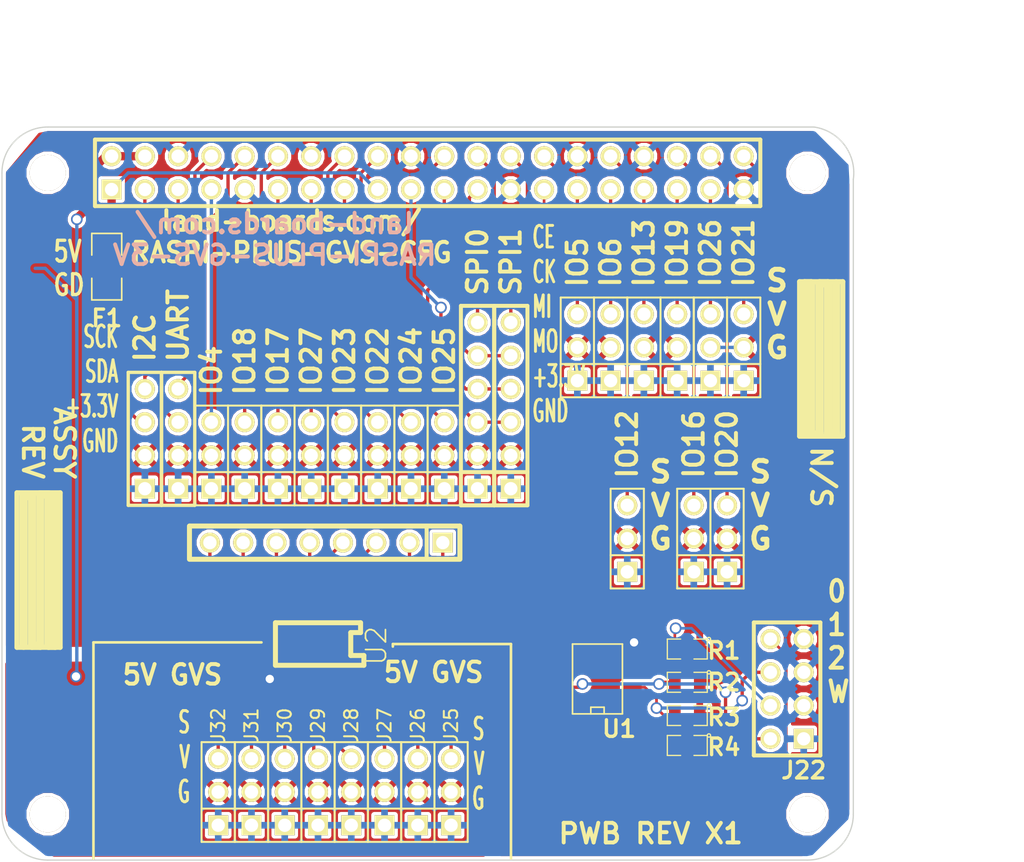
<source format=kicad_pcb>
(kicad_pcb (version 3) (host pcbnew "(2013-05-31 BZR 4019)-stable")
  (layers (15 F.Cu signal) (0 B.Cu signal hide) (20 B.SilkS user hide) (21 F.SilkS user) (22 B.Mask user) (23 F.Mask user) (28 Edge.Cuts user))
  (net 0 "")
  (net 1 /+3.3V)
  (net 2 /+5V)
  (net 3 /A0)
  (net 4 /A1)
  (net 5 /A2)
  (net 6 /GND)
  (net 7 /IO_12)
  (net 8 /IO_13)
  (net 9 /IO_16)
  (net 10 /IO_17)
  (net 11 /IO_18)
  (net 12 /IO_19)
  (net 13 /IO_20)
  (net 14 /IO_21)
  (net 15 /IO_22)
  (net 16 /IO_23)
  (net 17 /IO_24)
  (net 18 /IO_25)
  (net 19 /IO_26)
  (net 20 /IO_27)
  (net 21 /IO_4)
  (net 22 /IO_5)
  (net 23 /IO_6)
  (net 24 /RXD0)
  (net 25 /SCL)
  (net 26 /SCLK1)
  (net 27 /SDA)
  (net 28 /SDA1)
  (net 29 /SPICE0)
  (net 30 /SPICE1)
  (net 31 /SPIMISO)
  (net 32 /SPIMOSI)
  (net 33 /SPISCK)
  (net 34 /TXD0)
  (net 35 /WR)
  (net 36 N-0000022)
  (net 37 N-0000023)
  (net 38 N-0000024)
  (net 39 N-0000025)
  (net 40 N-0000026)
  (net 41 N-0000027)
  (net 42 N-0000028)
  (net 43 N-0000029)
  (net 44 N-0000030)
  (net 45 N-0000031)
  (net 46 N-0000032)
  (net 47 N-0000033)
  (net 48 N-0000034)
  (net 49 N-0000035)
  (net 50 N-0000036)
  (net 51 N-0000038)
  (net 52 N-0000039)
  (module PIN_ARRAY_4x1 (layer F.Cu) (at 13.45 23.82 90)
    (fp_text reference J2 hide)
    (fp_text value CONN_4 hide)
    (pad 1 thru_hole rect (at -3.81 0 90) (size 1.524 1.524) (drill 1.016) (layers *.Cu *.Mask F.SilkS) (net 6 /GND))
    (pad 2 thru_hole circle (at -1.27 0 90) (size 1.524 1.524) (drill 1.016) (layers *.Cu *.Mask F.SilkS) (net 1 /+3.3V))
    (pad 3 thru_hole circle (at 1.27 0 90) (size 1.524 1.524) (drill 1.016) (layers *.Cu *.Mask F.SilkS) (net 34 /TXD0))
    (pad 4 thru_hole circle (at 3.81 0 90) (size 1.524 1.524) (drill 1.016) (layers *.Cu *.Mask F.SilkS) (net 24 /RXD0))
  )
  (module PIN_ARRAY_3X1 (layer F.Cu) (at 18.53 25.09 90)
    (fp_text reference J3 hide)
    (fp_text value CONN_3 hide)
    (pad 1 thru_hole rect (at -2.54 0 90) (size 1.524 1.524) (drill 1.016) (layers *.Cu *.Mask F.SilkS) (net 6 /GND))
    (pad 2 thru_hole circle (at 0 0 90) (size 1.524 1.524) (drill 1.016) (layers *.Cu *.Mask F.SilkS) (net 1 /+3.3V))
    (pad 3 thru_hole circle (at 2.54 0 90) (size 1.524 1.524) (drill 1.016) (layers *.Cu *.Mask F.SilkS) (net 11 /IO_18))
  )
  (module PIN_ARRAY_3X1 (layer F.Cu) (at 23.61 25.09 90)
    (fp_text reference J5 hide)
    (fp_text value CONN_3 hide)
    (pad 1 thru_hole rect (at -2.54 0 90) (size 1.524 1.524) (drill 1.016) (layers *.Cu *.Mask F.SilkS) (net 6 /GND))
    (pad 2 thru_hole circle (at 0 0 90) (size 1.524 1.524) (drill 1.016) (layers *.Cu *.Mask F.SilkS) (net 1 /+3.3V))
    (pad 3 thru_hole circle (at 2.54 0 90) (size 1.524 1.524) (drill 1.016) (layers *.Cu *.Mask F.SilkS) (net 20 /IO_27))
  )
  (module PIN_ARRAY_3X1 (layer F.Cu) (at 28.69 25.09 90)
    (fp_text reference J7 hide)
    (fp_text value CONN_3 hide)
    (pad 1 thru_hole rect (at -2.54 0 90) (size 1.524 1.524) (drill 1.016) (layers *.Cu *.Mask F.SilkS) (net 6 /GND))
    (pad 2 thru_hole circle (at 0 0 90) (size 1.524 1.524) (drill 1.016) (layers *.Cu *.Mask F.SilkS) (net 1 /+3.3V))
    (pad 3 thru_hole circle (at 2.54 0 90) (size 1.524 1.524) (drill 1.016) (layers *.Cu *.Mask F.SilkS) (net 15 /IO_22))
  )
  (module PIN_ARRAY_3X1 (layer F.Cu) (at 33.77 25.09 90)
    (fp_text reference J9 hide)
    (fp_text value CONN_3 hide)
    (pad 1 thru_hole rect (at -2.54 0 90) (size 1.524 1.524) (drill 1.016) (layers *.Cu *.Mask F.SilkS) (net 6 /GND))
    (pad 2 thru_hole circle (at 0 0 90) (size 1.524 1.524) (drill 1.016) (layers *.Cu *.Mask F.SilkS) (net 1 /+3.3V))
    (pad 3 thru_hole circle (at 2.54 0 90) (size 1.524 1.524) (drill 1.016) (layers *.Cu *.Mask F.SilkS) (net 18 /IO_25))
  )
  (module PIN_ARRAY_3X1 (layer F.Cu) (at 26.15 25.09 90)
    (fp_text reference J6 hide)
    (fp_text value CONN_3 hide)
    (pad 1 thru_hole rect (at -2.54 0 90) (size 1.524 1.524) (drill 1.016) (layers *.Cu *.Mask F.SilkS) (net 6 /GND))
    (pad 2 thru_hole circle (at 0 0 90) (size 1.524 1.524) (drill 1.016) (layers *.Cu *.Mask F.SilkS) (net 1 /+3.3V))
    (pad 3 thru_hole circle (at 2.54 0 90) (size 1.524 1.524) (drill 1.016) (layers *.Cu *.Mask F.SilkS) (net 16 /IO_23))
  )
  (module PIN_ARRAY_3X1 (layer F.Cu) (at 31.23 25.09 90)
    (fp_text reference J8 hide)
    (fp_text value CONN_3 hide)
    (pad 1 thru_hole rect (at -2.54 0 90) (size 1.524 1.524) (drill 1.016) (layers *.Cu *.Mask F.SilkS) (net 6 /GND))
    (pad 2 thru_hole circle (at 0 0 90) (size 1.524 1.524) (drill 1.016) (layers *.Cu *.Mask F.SilkS) (net 1 /+3.3V))
    (pad 3 thru_hole circle (at 2.54 0 90) (size 1.524 1.524) (drill 1.016) (layers *.Cu *.Mask F.SilkS) (net 17 /IO_24))
  )
  (module PIN_ARRAY-6X1 (layer F.Cu) (at 38.85 21.28 90)
    (fp_text reference J11 hide)
    (fp_text value CONN_6 hide)
    (pad 1 thru_hole rect (at -6.35 0 90) (size 1.524 1.524) (drill 1.016) (layers *.Cu *.Mask F.SilkS) (net 6 /GND))
    (pad 2 thru_hole circle (at -3.81 0 90) (size 1.524 1.524) (drill 1.016) (layers *.Cu *.Mask F.SilkS) (net 1 /+3.3V))
    (pad 3 thru_hole circle (at -1.27 0 90) (size 1.524 1.524) (drill 1.016) (layers *.Cu *.Mask F.SilkS) (net 32 /SPIMOSI))
    (pad 4 thru_hole circle (at 1.27 0 90) (size 1.524 1.524) (drill 1.016) (layers *.Cu *.Mask F.SilkS) (net 31 /SPIMISO))
    (pad 5 thru_hole circle (at 3.81 0 90) (size 1.524 1.524) (drill 1.016) (layers *.Cu *.Mask F.SilkS) (net 33 /SPISCK))
    (pad 6 thru_hole circle (at 6.35 0 90) (size 1.524 1.524) (drill 1.016) (layers *.Cu *.Mask F.SilkS) (net 30 /SPICE1))
  )
  (module PIN_ARRAY_4x1 (layer F.Cu) (at 10.91 23.82 90)
    (fp_text reference J1 hide)
    (fp_text value CONN_4 hide)
    (pad 1 thru_hole rect (at -3.81 0 90) (size 1.524 1.524) (drill 1.016) (layers *.Cu *.Mask F.SilkS) (net 6 /GND))
    (pad 2 thru_hole circle (at -1.27 0 90) (size 1.524 1.524) (drill 1.016) (layers *.Cu *.Mask F.SilkS) (net 1 /+3.3V))
    (pad 3 thru_hole circle (at 1.27 0 90) (size 1.524 1.524) (drill 1.016) (layers *.Cu *.Mask F.SilkS) (net 28 /SDA1))
    (pad 4 thru_hole circle (at 3.81 0 90) (size 1.524 1.524) (drill 1.016) (layers *.Cu *.Mask F.SilkS) (net 26 /SCLK1))
  )
  (module PIN_ARRAY_3X1 (layer F.Cu) (at 21.07 25.09 90)
    (fp_text reference J4 hide)
    (fp_text value CONN_3 hide)
    (pad 1 thru_hole rect (at -2.54 0 90) (size 1.524 1.524) (drill 1.016) (layers *.Cu *.Mask F.SilkS) (net 6 /GND))
    (pad 2 thru_hole circle (at 0 0 90) (size 1.524 1.524) (drill 1.016) (layers *.Cu *.Mask F.SilkS) (net 1 /+3.3V))
    (pad 3 thru_hole circle (at 2.54 0 90) (size 1.524 1.524) (drill 1.016) (layers *.Cu *.Mask F.SilkS) (net 10 /IO_17))
  )
  (module PIN_ARRAY-6X1 (layer F.Cu) (at 36.31 21.28 90)
    (fp_text reference J10 hide)
    (fp_text value CONN_6 hide)
    (pad 1 thru_hole rect (at -6.35 0 90) (size 1.524 1.524) (drill 1.016) (layers *.Cu *.Mask F.SilkS) (net 6 /GND))
    (pad 2 thru_hole circle (at -3.81 0 90) (size 1.524 1.524) (drill 1.016) (layers *.Cu *.Mask F.SilkS) (net 1 /+3.3V))
    (pad 3 thru_hole circle (at -1.27 0 90) (size 1.524 1.524) (drill 1.016) (layers *.Cu *.Mask F.SilkS) (net 32 /SPIMOSI))
    (pad 4 thru_hole circle (at 1.27 0 90) (size 1.524 1.524) (drill 1.016) (layers *.Cu *.Mask F.SilkS) (net 31 /SPIMISO))
    (pad 5 thru_hole circle (at 3.81 0 90) (size 1.524 1.524) (drill 1.016) (layers *.Cu *.Mask F.SilkS) (net 33 /SPISCK))
    (pad 6 thru_hole circle (at 6.35 0 90) (size 1.524 1.524) (drill 1.016) (layers *.Cu *.Mask F.SilkS) (net 29 /SPICE0))
  )
  (module SM1206 (layer F.Cu) (at 8.001 10.668 270)
    (fp_text reference F1 (at 3.937 0 360) (layer F.SilkS) (effects (font (size 1.27 1.27) (thickness 0.254))))
    (fp_text value FUSE hide)
    (pad 1 smd rect (at -1.651 0 270) (size 1.524 2.032) (layers F.Cu F.Mask) (net 52 N-0000039))
    (pad 2 smd rect (at 1.651 0 270) (size 1.524 2.032) (layers F.Cu F.Mask) (net 1 /+3.3V))
  )
  (module REV_BLOCK (layer F.Cu) (at 62.4205 17.272 270)
    (fp_text reference COUP?2 hide)
    (fp_text value COUPON hide)
  )
  (module REV_BLOCK (layer F.Cu) (at 2.921 34.29 90)
    (fp_text reference COUP?1 hide)
    (fp_text value COUPON hide)
  )
  (module PIN_ARRAY_3X1 (layer F.Cu) (at 43.93 16.835 90)
    (fp_text reference J12 hide)
    (fp_text value CONN_3 hide)
    (pad 1 thru_hole rect (at -2.54 0 90) (size 1.524 1.524) (drill 1.016) (layers *.Cu *.Mask F.SilkS) (net 6 /GND))
    (pad 2 thru_hole circle (at 0 0 90) (size 1.524 1.524) (drill 1.016) (layers *.Cu *.Mask F.SilkS) (net 1 /+3.3V))
    (pad 3 thru_hole circle (at 2.54 0 90) (size 1.524 1.524) (drill 1.016) (layers *.Cu *.Mask F.SilkS) (net 22 /IO_5))
  )
  (module PIN_ARRAY_3X1 (layer F.Cu) (at 46.47 16.835 90)
    (fp_text reference J13 hide)
    (fp_text value CONN_3 hide)
    (pad 1 thru_hole rect (at -2.54 0 90) (size 1.524 1.524) (drill 1.016) (layers *.Cu *.Mask F.SilkS) (net 6 /GND))
    (pad 2 thru_hole circle (at 0 0 90) (size 1.524 1.524) (drill 1.016) (layers *.Cu *.Mask F.SilkS) (net 1 /+3.3V))
    (pad 3 thru_hole circle (at 2.54 0 90) (size 1.524 1.524) (drill 1.016) (layers *.Cu *.Mask F.SilkS) (net 23 /IO_6))
  )
  (module PIN_ARRAY_3X1 (layer F.Cu) (at 49.01 16.835 90)
    (fp_text reference J14 hide)
    (fp_text value CONN_3 hide)
    (pad 1 thru_hole rect (at -2.54 0 90) (size 1.524 1.524) (drill 1.016) (layers *.Cu *.Mask F.SilkS) (net 6 /GND))
    (pad 2 thru_hole circle (at 0 0 90) (size 1.524 1.524) (drill 1.016) (layers *.Cu *.Mask F.SilkS) (net 1 /+3.3V))
    (pad 3 thru_hole circle (at 2.54 0 90) (size 1.524 1.524) (drill 1.016) (layers *.Cu *.Mask F.SilkS) (net 8 /IO_13))
  )
  (module PIN_ARRAY_3X1 (layer F.Cu) (at 51.55 16.835 90)
    (fp_text reference J15 hide)
    (fp_text value CONN_3 hide)
    (pad 1 thru_hole rect (at -2.54 0 90) (size 1.524 1.524) (drill 1.016) (layers *.Cu *.Mask F.SilkS) (net 6 /GND))
    (pad 2 thru_hole circle (at 0 0 90) (size 1.524 1.524) (drill 1.016) (layers *.Cu *.Mask F.SilkS) (net 1 /+3.3V))
    (pad 3 thru_hole circle (at 2.54 0 90) (size 1.524 1.524) (drill 1.016) (layers *.Cu *.Mask F.SilkS) (net 12 /IO_19))
  )
  (module PIN_ARRAY_3X1 (layer F.Cu) (at 54.09 16.835 90)
    (fp_text reference J16 hide)
    (fp_text value CONN_3 hide)
    (pad 1 thru_hole rect (at -2.54 0 90) (size 1.524 1.524) (drill 1.016) (layers *.Cu *.Mask F.SilkS) (net 6 /GND))
    (pad 2 thru_hole circle (at 0 0 90) (size 1.524 1.524) (drill 1.016) (layers *.Cu *.Mask F.SilkS) (net 1 /+3.3V))
    (pad 3 thru_hole circle (at 2.54 0 90) (size 1.524 1.524) (drill 1.016) (layers *.Cu *.Mask F.SilkS) (net 19 /IO_26))
  )
  (module PIN_ARRAY_3X1 (layer F.Cu) (at 47.74 31.44 90)
    (fp_text reference J18 hide)
    (fp_text value CONN_3 hide)
    (pad 1 thru_hole rect (at -2.54 0 90) (size 1.524 1.524) (drill 1.016) (layers *.Cu *.Mask F.SilkS) (net 6 /GND))
    (pad 2 thru_hole circle (at 0 0 90) (size 1.524 1.524) (drill 1.016) (layers *.Cu *.Mask F.SilkS) (net 1 /+3.3V))
    (pad 3 thru_hole circle (at 2.54 0 90) (size 1.524 1.524) (drill 1.016) (layers *.Cu *.Mask F.SilkS) (net 7 /IO_12))
  )
  (module PIN_ARRAY_3X1 (layer F.Cu) (at 52.82 31.44 90)
    (fp_text reference J19 hide)
    (fp_text value CONN_3 hide)
    (pad 1 thru_hole rect (at -2.54 0 90) (size 1.524 1.524) (drill 1.016) (layers *.Cu *.Mask F.SilkS) (net 6 /GND))
    (pad 2 thru_hole circle (at 0 0 90) (size 1.524 1.524) (drill 1.016) (layers *.Cu *.Mask F.SilkS) (net 1 /+3.3V))
    (pad 3 thru_hole circle (at 2.54 0 90) (size 1.524 1.524) (drill 1.016) (layers *.Cu *.Mask F.SilkS) (net 9 /IO_16))
  )
  (module PIN_ARRAY_3X1 (layer F.Cu) (at 55.36 31.44 90)
    (fp_text reference J20 hide)
    (fp_text value CONN_3 hide)
    (pad 1 thru_hole rect (at -2.54 0 90) (size 1.524 1.524) (drill 1.016) (layers *.Cu *.Mask F.SilkS) (net 6 /GND))
    (pad 2 thru_hole circle (at 0 0 90) (size 1.524 1.524) (drill 1.016) (layers *.Cu *.Mask F.SilkS) (net 1 /+3.3V))
    (pad 3 thru_hole circle (at 2.54 0 90) (size 1.524 1.524) (drill 1.016) (layers *.Cu *.Mask F.SilkS) (net 13 /IO_20))
  )
  (module PIN_ARRAY_3X1 (layer F.Cu) (at 56.63 16.835 90)
    (fp_text reference J17 hide)
    (fp_text value CONN_3 hide)
    (pad 1 thru_hole rect (at -2.54 0 90) (size 1.524 1.524) (drill 1.016) (layers *.Cu *.Mask F.SilkS) (net 6 /GND))
    (pad 2 thru_hole circle (at 0 0 90) (size 1.524 1.524) (drill 1.016) (layers *.Cu *.Mask F.SilkS) (net 1 /+3.3V))
    (pad 3 thru_hole circle (at 2.54 0 90) (size 1.524 1.524) (drill 1.016) (layers *.Cu *.Mask F.SilkS) (net 14 /IO_21))
  )
  (module PIN_ARRAY_20X2 (layer F.Cu) (at 32.5 3.5)
    (fp_text reference J24 hide)
    (fp_text value RASPIOPLUS hide)
    (pad 1 thru_hole rect (at -24.13 1.27) (size 1.524 1.524) (drill 1.016) (layers *.Cu *.Mask F.SilkS) (net 52 N-0000039))
    (pad 2 thru_hole circle (at -24.13 -1.27) (size 1.524 1.524) (drill 1.016) (layers *.Cu *.Mask F.SilkS) (net 2 /+5V))
    (pad 11 thru_hole circle (at -11.43 1.27) (size 1.524 1.524) (drill 1.016) (layers *.Cu *.Mask F.SilkS) (net 10 /IO_17))
    (pad 4 thru_hole circle (at -21.59 -1.27) (size 1.524 1.524) (drill 1.016) (layers *.Cu *.Mask F.SilkS) (net 2 /+5V))
    (pad 13 thru_hole circle (at -8.89 1.27) (size 1.524 1.524) (drill 1.016) (layers *.Cu *.Mask F.SilkS) (net 20 /IO_27))
    (pad 6 thru_hole circle (at -19.05 -1.27) (size 1.524 1.524) (drill 1.016) (layers *.Cu *.Mask F.SilkS) (net 6 /GND))
    (pad 15 thru_hole circle (at -6.35 1.27) (size 1.524 1.524) (drill 1.016) (layers *.Cu *.Mask F.SilkS) (net 15 /IO_22))
    (pad 8 thru_hole circle (at -16.51 -1.27) (size 1.524 1.524) (drill 1.016) (layers *.Cu *.Mask F.SilkS) (net 34 /TXD0))
    (pad 17 thru_hole circle (at -3.81 1.27) (size 1.524 1.524) (drill 1.016) (layers *.Cu *.Mask F.SilkS) (net 52 N-0000039))
    (pad 10 thru_hole circle (at -13.97 -1.27) (size 1.524 1.524) (drill 1.016) (layers *.Cu *.Mask F.SilkS) (net 24 /RXD0))
    (pad 19 thru_hole circle (at -1.27 1.27) (size 1.524 1.524) (drill 1.016) (layers *.Cu *.Mask F.SilkS) (net 32 /SPIMOSI))
    (pad 12 thru_hole circle (at -11.43 -1.27) (size 1.524 1.524) (drill 1.016) (layers *.Cu *.Mask F.SilkS) (net 11 /IO_18))
    (pad 21 thru_hole circle (at 1.27 1.27) (size 1.524 1.524) (drill 1.016) (layers *.Cu *.Mask F.SilkS) (net 31 /SPIMISO))
    (pad 14 thru_hole circle (at -8.89 -1.27) (size 1.524 1.524) (drill 1.016) (layers *.Cu *.Mask F.SilkS) (net 6 /GND))
    (pad 23 thru_hole circle (at 3.81 1.27) (size 1.524 1.524) (drill 1.016) (layers *.Cu *.Mask F.SilkS) (net 33 /SPISCK))
    (pad 16 thru_hole circle (at -6.35 -1.27) (size 1.524 1.524) (drill 1.016) (layers *.Cu *.Mask F.SilkS) (net 16 /IO_23))
    (pad 25 thru_hole circle (at 6.35 1.27) (size 1.524 1.524) (drill 1.016) (layers *.Cu *.Mask F.SilkS) (net 6 /GND))
    (pad 18 thru_hole circle (at -3.81 -1.27) (size 1.524 1.524) (drill 1.016) (layers *.Cu *.Mask F.SilkS) (net 17 /IO_24))
    (pad 27 thru_hole circle (at 8.89 1.27) (size 1.524 1.524) (drill 1.016) (layers *.Cu *.Mask F.SilkS) (net 27 /SDA))
    (pad 20 thru_hole circle (at -1.27 -1.27) (size 1.524 1.524) (drill 1.016) (layers *.Cu *.Mask F.SilkS) (net 6 /GND))
    (pad 29 thru_hole circle (at 11.43 1.27) (size 1.524 1.524) (drill 1.016) (layers *.Cu *.Mask F.SilkS) (net 22 /IO_5))
    (pad 22 thru_hole circle (at 1.27 -1.27) (size 1.524 1.524) (drill 1.016) (layers *.Cu *.Mask F.SilkS) (net 18 /IO_25))
    (pad 31 thru_hole circle (at 13.97 1.27) (size 1.524 1.524) (drill 1.016) (layers *.Cu *.Mask F.SilkS) (net 23 /IO_6))
    (pad 24 thru_hole circle (at 3.81 -1.27) (size 1.524 1.524) (drill 1.016) (layers *.Cu *.Mask F.SilkS) (net 29 /SPICE0))
    (pad 26 thru_hole circle (at 6.35 -1.27) (size 1.524 1.524) (drill 1.016) (layers *.Cu *.Mask F.SilkS) (net 30 /SPICE1))
    (pad 33 thru_hole circle (at 16.51 1.27) (size 1.524 1.524) (drill 1.016) (layers *.Cu *.Mask F.SilkS) (net 8 /IO_13))
    (pad 28 thru_hole circle (at 8.89 -1.27) (size 1.524 1.524) (drill 1.016) (layers *.Cu *.Mask F.SilkS) (net 25 /SCL))
    (pad 32 thru_hole circle (at 13.97 -1.27) (size 1.524 1.524) (drill 1.016) (layers *.Cu *.Mask F.SilkS) (net 7 /IO_12))
    (pad 34 thru_hole circle (at 16.51 -1.27) (size 1.524 1.524) (drill 1.016) (layers *.Cu *.Mask F.SilkS) (net 6 /GND))
    (pad 36 thru_hole circle (at 19.05 -1.27) (size 1.524 1.524) (drill 1.016) (layers *.Cu *.Mask F.SilkS) (net 9 /IO_16))
    (pad 38 thru_hole circle (at 21.59 -1.27) (size 1.524 1.524) (drill 1.016) (layers *.Cu *.Mask F.SilkS) (net 13 /IO_20))
    (pad 35 thru_hole circle (at 19.05 1.27) (size 1.524 1.524) (drill 1.016) (layers *.Cu *.Mask F.SilkS) (net 12 /IO_19))
    (pad 37 thru_hole circle (at 21.59 1.27) (size 1.524 1.524) (drill 1.016) (layers *.Cu *.Mask F.SilkS) (net 19 /IO_26))
    (pad 3 thru_hole circle (at -21.59 1.27) (size 1.524 1.524) (drill 1.016) (layers *.Cu *.Mask F.SilkS) (net 28 /SDA1))
    (pad 5 thru_hole circle (at -19.05 1.27) (size 1.524 1.524) (drill 1.016) (layers *.Cu *.Mask F.SilkS) (net 26 /SCLK1))
    (pad 7 thru_hole circle (at -16.51 1.27) (size 1.524 1.524) (drill 1.016) (layers *.Cu *.Mask F.SilkS) (net 21 /IO_4))
    (pad 9 thru_hole circle (at -13.97 1.27) (size 1.524 1.524) (drill 1.016) (layers *.Cu *.Mask F.SilkS) (net 6 /GND))
    (pad 39 thru_hole circle (at 24.13 1.27) (size 1.524 1.524) (drill 1.016) (layers *.Cu *.Mask F.SilkS) (net 6 /GND))
    (pad 40 thru_hole circle (at 24.13 -1.27) (size 1.524 1.524) (drill 1.016) (layers *.Cu *.Mask F.SilkS) (net 14 /IO_21))
    (pad 30 thru_hole circle (at 11.43 -1.27) (size 1.524 1.524) (drill 1.016) (layers *.Cu *.Mask F.SilkS) (net 6 /GND))
  )
  (module PIN_ARRAY_3X1 (layer F.Cu) (at 15.99 25.09 90)
    (fp_text reference J21 hide)
    (fp_text value CONN_3 hide)
    (pad 1 thru_hole rect (at -2.54 0 90) (size 1.524 1.524) (drill 1.016) (layers *.Cu *.Mask F.SilkS) (net 6 /GND))
    (pad 2 thru_hole circle (at 0 0 90) (size 1.524 1.524) (drill 1.016) (layers *.Cu *.Mask F.SilkS) (net 1 /+3.3V))
    (pad 3 thru_hole circle (at 2.54 0 90) (size 1.524 1.524) (drill 1.016) (layers *.Cu *.Mask F.SilkS) (net 21 /IO_4))
  )
  (module PIN_ARRAY-8X1 (layer F.Cu) (at 24.765 31.75 180)
    (fp_text reference P1 hide)
    (fp_text value CONN_8 hide)
    (pad 6 thru_hole circle (at 3.81 0 180) (size 1.524 1.524) (drill 1.016) (layers *.Cu *.Mask F.SilkS) (net 44 N-0000030))
    (pad 5 thru_hole circle (at 1.27 0 180) (size 1.524 1.524) (drill 1.016) (layers *.Cu *.Mask F.SilkS) (net 46 N-0000032))
    (pad 1 thru_hole rect (at -8.89 0 180) (size 1.524 1.524) (drill 1.016) (layers *.Cu *.Mask F.SilkS) (net 47 N-0000033))
    (pad 2 thru_hole circle (at -6.35 0 180) (size 1.524 1.524) (drill 1.016) (layers *.Cu *.Mask F.SilkS) (net 48 N-0000034))
    (pad 3 thru_hole circle (at -3.81 0 180) (size 1.524 1.524) (drill 1.016) (layers *.Cu *.Mask F.SilkS) (net 49 N-0000035))
    (pad 4 thru_hole circle (at -1.27 0 180) (size 1.524 1.524) (drill 1.016) (layers *.Cu *.Mask F.SilkS) (net 50 N-0000036))
    (pad 7 thru_hole circle (at 6.35 0 180) (size 1.524 1.524) (drill 1.016) (layers *.Cu *.Mask F.SilkS) (net 45 N-0000031))
    (pad 8 thru_hole circle (at 8.89 0 180) (size 1.524 1.524) (drill 1.016) (layers *.Cu *.Mask F.SilkS) (net 51 N-0000038))
  )
  (module SM0805 (layer F.Cu) (at 52.324 39.878 180)
    (fp_text reference R1 (at -2.794 -0.127 180) (layer F.SilkS) (effects (font (size 1.27 1.27) (thickness 0.254))))
    (fp_text value 5.6K hide)
    (pad 1 smd rect (at -0.9525 0 180) (size 0.889 1.397) (layers F.Cu F.Mask) (net 1 /+3.3V))
    (pad 2 smd rect (at 0.9525 0 180) (size 0.889 1.397) (layers F.Cu F.Mask) (net 5 /A2))
  )
  (module SM0805 (layer F.Cu) (at 52.324 44.958 180)
    (fp_text reference R3 (at -2.794 -0.127 180) (layer F.SilkS) (effects (font (size 1.27 1.27) (thickness 0.254))))
    (fp_text value 5.6K hide)
    (pad 1 smd rect (at -0.9525 0 180) (size 0.889 1.397) (layers F.Cu F.Mask) (net 1 /+3.3V))
    (pad 2 smd rect (at 0.9525 0 180) (size 0.889 1.397) (layers F.Cu F.Mask) (net 4 /A1))
  )
  (module SM0805 (layer F.Cu) (at 52.324 47.244 180)
    (fp_text reference R4 (at -2.794 -0.127 180) (layer F.SilkS) (effects (font (size 1.27 1.27) (thickness 0.254))))
    (fp_text value 5.6K hide)
    (pad 1 smd rect (at -0.9525 0 180) (size 0.889 1.397) (layers F.Cu F.Mask) (net 1 /+3.3V))
    (pad 2 smd rect (at 0.9525 0 180) (size 0.889 1.397) (layers F.Cu F.Mask) (net 3 /A0))
  )
  (module SM0805 (layer F.Cu) (at 52.324 42.418 180)
    (fp_text reference R2 (at -2.794 0 180) (layer F.SilkS) (effects (font (size 1.27 1.27) (thickness 0.254))))
    (fp_text value 5.6K hide)
    (pad 1 smd rect (at -0.9525 0 180) (size 0.889 1.397) (layers F.Cu F.Mask) (net 1 /+3.3V))
    (pad 2 smd rect (at 0.9525 0 180) (size 0.889 1.397) (layers F.Cu F.Mask) (net 35 /WR))
  )
  (module SO8E (layer F.Cu) (at 45.466 42.164 90)
    (fp_text reference U1 (at -3.81 1.651 180) (layer F.SilkS) (effects (font (size 1.27 1.27) (thickness 0.254))))
    (fp_text value 24C512 hide)
    (pad 8 smd rect (at -1.905 -2.667 90) (size 0.59944 1.39954) (layers F.Cu F.Mask) (net 1 /+3.3V))
    (pad 1 smd rect (at -1.905 2.667 90) (size 0.59944 1.39954) (layers F.Cu F.Mask) (net 3 /A0))
    (pad 7 smd rect (at -0.635 -2.667 90) (size 0.59944 1.39954) (layers F.Cu F.Mask) (net 35 /WR))
    (pad 6 smd rect (at 0.635 -2.667 90) (size 0.59944 1.39954) (layers F.Cu F.Mask) (net 25 /SCL))
    (pad 5 smd rect (at 1.905 -2.667 90) (size 0.59944 1.39954) (layers F.Cu F.Mask) (net 27 /SDA))
    (pad 2 smd rect (at -0.635 2.667 90) (size 0.59944 1.39954) (layers F.Cu F.Mask) (net 4 /A1))
    (pad 3 smd rect (at 0.635 2.667 90) (size 0.59944 1.39954) (layers F.Cu F.Mask) (net 5 /A2))
    (pad 4 smd rect (at 1.905 2.667 90) (size 0.59944 1.39954) (layers F.Cu F.Mask) (net 6 /GND))
  )
  (module pin_array_4x2 (layer F.Cu) (at 59.944 42.926 90)
    (fp_text reference J22 (at -6.223 1.27 180) (layer F.SilkS) (effects (font (size 1.27 1.27) (thickness 0.254))))
    (fp_text value CONN_4X2 hide)
    (pad 1 thru_hole rect (at -3.81 1.27 90) (size 1.524 1.524) (drill 1.016) (layers *.Cu *.Mask F.SilkS) (net 6 /GND))
    (pad 2 thru_hole circle (at -3.81 -1.27 90) (size 1.524 1.524) (drill 1.016) (layers *.Cu *.Mask F.SilkS) (net 35 /WR))
    (pad 3 thru_hole circle (at -1.27 1.27 90) (size 1.524 1.524) (drill 1.016) (layers *.Cu *.Mask F.SilkS) (net 6 /GND))
    (pad 4 thru_hole circle (at -1.27 -1.27 90) (size 1.524 1.524) (drill 1.016) (layers *.Cu *.Mask F.SilkS) (net 5 /A2))
    (pad 5 thru_hole circle (at 1.27 1.27 90) (size 1.524 1.524) (drill 1.016) (layers *.Cu *.Mask F.SilkS) (net 6 /GND))
    (pad 6 thru_hole circle (at 1.27 -1.27 90) (size 1.524 1.524) (drill 1.016) (layers *.Cu *.Mask F.SilkS) (net 4 /A1))
    (pad 7 thru_hole circle (at 3.81 1.27 90) (size 1.524 1.524) (drill 1.016) (layers *.Cu *.Mask F.SilkS) (net 6 /GND))
    (pad 8 thru_hole circle (at 3.81 -1.27 90) (size 1.524 1.524) (drill 1.016) (layers *.Cu *.Mask F.SilkS) (net 3 /A0))
  )
  (module MTG-2.75MM (layer F.Cu) (at 61.5 52.5)
    (fp_text reference MTG4 hide)
    (fp_text value CONN_1 hide)
    (pad 1 thru_hole circle (at 0 0) (size 2.75 2.75) (drill 2.75) (layers *.Cu *.Mask F.SilkS))
  )
  (module MTG-2.75MM (layer F.Cu) (at 3.5 52.5)
    (fp_text reference MTG3 hide)
    (fp_text value CONN_1 hide)
    (pad 1 thru_hole circle (at 0 0) (size 2.75 2.75) (drill 2.75) (layers *.Cu *.Mask F.SilkS))
  )
  (module MTG-2.75MM (layer F.Cu) (at 61.5 3.5)
    (fp_text reference MTG2 hide)
    (fp_text value CONN_1 hide)
    (pad 1 thru_hole circle (at 0 0) (size 2.75 2.75) (drill 2.75) (layers *.Cu *.Mask F.SilkS))
  )
  (module MTG-2.75MM (layer F.Cu) (at 3.5 3.5)
    (fp_text reference MTG1 hide)
    (fp_text value CONN_1 hide)
    (pad 1 thru_hole circle (at 0 0) (size 2.75 2.75) (drill 2.75) (layers *.Cu *.Mask F.SilkS))
  )
  (module PIN_ARRAY_3X1 (layer F.Cu) (at 34.29 50.8 90)
    (fp_text reference J25 (at 5.08 0 90) (layer F.SilkS) (effects (font (size 1.016 1.016) (thickness 0.1524))))
    (fp_text value CONN_3 hide)
    (pad 1 thru_hole rect (at -2.54 0 90) (size 1.524 1.524) (drill 1.016) (layers *.Cu *.Mask F.SilkS) (net 6 /GND))
    (pad 2 thru_hole circle (at 0 0 90) (size 1.524 1.524) (drill 1.016) (layers *.Cu *.Mask F.SilkS) (net 2 /+5V))
    (pad 3 thru_hole circle (at 2.54 0 90) (size 1.524 1.524) (drill 1.016) (layers *.Cu *.Mask F.SilkS) (net 43 N-0000029))
  )
  (module PIN_ARRAY_3X1 (layer F.Cu) (at 31.75 50.8 90)
    (fp_text reference J26 (at 5.08 0 90) (layer F.SilkS) (effects (font (size 1.016 1.016) (thickness 0.1524))))
    (fp_text value CONN_3 hide)
    (pad 1 thru_hole rect (at -2.54 0 90) (size 1.524 1.524) (drill 1.016) (layers *.Cu *.Mask F.SilkS) (net 6 /GND))
    (pad 2 thru_hole circle (at 0 0 90) (size 1.524 1.524) (drill 1.016) (layers *.Cu *.Mask F.SilkS) (net 2 /+5V))
    (pad 3 thru_hole circle (at 2.54 0 90) (size 1.524 1.524) (drill 1.016) (layers *.Cu *.Mask F.SilkS) (net 42 N-0000028))
  )
  (module PIN_ARRAY_3X1 (layer F.Cu) (at 29.21 50.8 90)
    (fp_text reference J27 (at 5.08 0 90) (layer F.SilkS) (effects (font (size 1.016 1.016) (thickness 0.1524))))
    (fp_text value CONN_3 hide)
    (pad 1 thru_hole rect (at -2.54 0 90) (size 1.524 1.524) (drill 1.016) (layers *.Cu *.Mask F.SilkS) (net 6 /GND))
    (pad 2 thru_hole circle (at 0 0 90) (size 1.524 1.524) (drill 1.016) (layers *.Cu *.Mask F.SilkS) (net 2 /+5V))
    (pad 3 thru_hole circle (at 2.54 0 90) (size 1.524 1.524) (drill 1.016) (layers *.Cu *.Mask F.SilkS) (net 38 N-0000024))
  )
  (module PIN_ARRAY_3X1 (layer F.Cu) (at 26.67 50.8 90)
    (fp_text reference J28 (at 5.08 0 90) (layer F.SilkS) (effects (font (size 1.016 1.016) (thickness 0.1524))))
    (fp_text value CONN_3 hide)
    (pad 1 thru_hole rect (at -2.54 0 90) (size 1.524 1.524) (drill 1.016) (layers *.Cu *.Mask F.SilkS) (net 6 /GND))
    (pad 2 thru_hole circle (at 0 0 90) (size 1.524 1.524) (drill 1.016) (layers *.Cu *.Mask F.SilkS) (net 2 /+5V))
    (pad 3 thru_hole circle (at 2.54 0 90) (size 1.524 1.524) (drill 1.016) (layers *.Cu *.Mask F.SilkS) (net 41 N-0000027))
  )
  (module PIN_ARRAY_3X1 (layer F.Cu) (at 24.13 50.8 90)
    (fp_text reference J29 (at 5.08 0 90) (layer F.SilkS) (effects (font (size 1.016 1.016) (thickness 0.1524))))
    (fp_text value CONN_3 hide)
    (pad 1 thru_hole rect (at -2.54 0 90) (size 1.524 1.524) (drill 1.016) (layers *.Cu *.Mask F.SilkS) (net 6 /GND))
    (pad 2 thru_hole circle (at 0 0 90) (size 1.524 1.524) (drill 1.016) (layers *.Cu *.Mask F.SilkS) (net 2 /+5V))
    (pad 3 thru_hole circle (at 2.54 0 90) (size 1.524 1.524) (drill 1.016) (layers *.Cu *.Mask F.SilkS) (net 40 N-0000026))
  )
  (module PIN_ARRAY_3X1 (layer F.Cu) (at 21.59 50.8 90)
    (fp_text reference J30 (at 5.08 0 90) (layer F.SilkS) (effects (font (size 1.016 1.016) (thickness 0.1524))))
    (fp_text value CONN_3 hide)
    (pad 1 thru_hole rect (at -2.54 0 90) (size 1.524 1.524) (drill 1.016) (layers *.Cu *.Mask F.SilkS) (net 6 /GND))
    (pad 2 thru_hole circle (at 0 0 90) (size 1.524 1.524) (drill 1.016) (layers *.Cu *.Mask F.SilkS) (net 2 /+5V))
    (pad 3 thru_hole circle (at 2.54 0 90) (size 1.524 1.524) (drill 1.016) (layers *.Cu *.Mask F.SilkS) (net 39 N-0000025))
  )
  (module PIN_ARRAY_3X1 (layer F.Cu) (at 19.05 50.8 90)
    (fp_text reference J31 (at 5.08 0 90) (layer F.SilkS) (effects (font (size 1.016 1.016) (thickness 0.1524))))
    (fp_text value CONN_3 hide)
    (pad 1 thru_hole rect (at -2.54 0 90) (size 1.524 1.524) (drill 1.016) (layers *.Cu *.Mask F.SilkS) (net 6 /GND))
    (pad 2 thru_hole circle (at 0 0 90) (size 1.524 1.524) (drill 1.016) (layers *.Cu *.Mask F.SilkS) (net 2 /+5V))
    (pad 3 thru_hole circle (at 2.54 0 90) (size 1.524 1.524) (drill 1.016) (layers *.Cu *.Mask F.SilkS) (net 36 N-0000022))
  )
  (module PIN_ARRAY_3X1 (layer F.Cu) (at 16.51 50.8 90)
    (fp_text reference J32 (at 5.08 0 90) (layer F.SilkS) (effects (font (size 1.016 1.016) (thickness 0.1524))))
    (fp_text value CONN_3 hide)
    (pad 1 thru_hole rect (at -2.54 0 90) (size 1.524 1.524) (drill 1.016) (layers *.Cu *.Mask F.SilkS) (net 6 /GND))
    (pad 2 thru_hole circle (at 0 0 90) (size 1.524 1.524) (drill 1.016) (layers *.Cu *.Mask F.SilkS) (net 2 /+5V))
    (pad 3 thru_hole circle (at 2.54 0 90) (size 1.524 1.524) (drill 1.016) (layers *.Cu *.Mask F.SilkS) (net 37 N-0000023))
  )
  (module SOG20 (layer F.Cu) (at 24.13 39.37 180)
    (fp_text reference U2 (at -4.450001 -0.255001 270) (layer F.SilkS) (effects (font (size 1.524 1.524) (thickness 0.127))))
    (fp_text value TXB0108 hide)
    (pad 11 smd rect (at 2.95 -2.8 180) (size 0.25 1.55) (layers F.Cu F.Mask) (net 6 /GND))
    (pad 12 smd rect (at 2.275 -2.8 180) (size 0.25 1.55) (layers F.Cu F.Mask) (net 37 N-0000023))
    (pad 13 smd rect (at 1.625 -2.8 180) (size 0.25 1.55) (layers F.Cu F.Mask) (net 36 N-0000022))
    (pad 14 smd rect (at 0.975 -2.8 180) (size 0.25 1.55) (layers F.Cu F.Mask) (net 39 N-0000025))
    (pad 15 smd rect (at 0.325 -2.8 180) (size 0.25 1.55) (layers F.Cu F.Mask) (net 40 N-0000026))
    (pad 16 smd rect (at -0.325 -2.8 180) (size 0.25 1.55) (layers F.Cu F.Mask) (net 41 N-0000027))
    (pad 17 smd rect (at -0.975 -2.8 180) (size 0.25 1.55) (layers F.Cu F.Mask) (net 38 N-0000024))
    (pad 18 smd rect (at -1.625 -2.8 180) (size 0.25 1.55) (layers F.Cu F.Mask) (net 42 N-0000028))
    (pad 19 smd rect (at -2.275 -2.8 180) (size 0.25 1.55) (layers F.Cu F.Mask) (net 2 /+5V))
    (pad 20 smd rect (at -2.925 -2.8 180) (size 0.25 1.55) (layers F.Cu F.Mask) (net 43 N-0000029))
    (pad 1 smd rect (at -2.925 2.8 180) (size 0.25 1.55) (layers F.Cu F.Mask) (net 47 N-0000033))
    (pad 2 smd rect (at -2.275 2.8 180) (size 0.25 1.55) (layers F.Cu F.Mask) (net 1 /+3.3V))
    (pad 3 smd rect (at -1.625 2.8 180) (size 0.25 1.55) (layers F.Cu F.Mask) (net 48 N-0000034))
    (pad 4 smd rect (at -0.975 2.8 180) (size 0.25 1.55) (layers F.Cu F.Mask) (net 49 N-0000035))
    (pad 5 smd rect (at -0.325 2.8 180) (size 0.25 1.55) (layers F.Cu F.Mask) (net 50 N-0000036))
    (pad 6 smd rect (at 0.325 2.8 180) (size 0.25 1.55) (layers F.Cu F.Mask) (net 46 N-0000032))
    (pad 7 smd rect (at 0.975 2.8 180) (size 0.25 1.55) (layers F.Cu F.Mask) (net 44 N-0000030))
    (pad 8 smd rect (at 1.625 2.8 180) (size 0.25 1.55) (layers F.Cu F.Mask) (net 45 N-0000031))
    (pad 9 smd rect (at 2.275 2.8 180) (size 0.25 1.55) (layers F.Cu F.Mask) (net 51 N-0000038))
    (pad 10 smd rect (at 2.925 2.8 180) (size 0.25 1.55) (layers F.Cu F.Mask) (net 1 /+3.3V))
  )
  (gr_text "5V GVS" (at 32.9565 41.656) (layer F.SilkS) (effects (font (size 1.5 1.397) (thickness 0.3))))
  (gr_text "5V GVS" (at 13.0175 41.8465) (layer F.SilkS) (effects (font (size 1.5 1.397) (thickness 0.3))))
  (gr_line (start 6.985 39.37) (end 6.985 55.9435) (angle 90) (layer F.SilkS) (width 0.2))
  (gr_line (start 19.812 39.37) (end 6.985 39.37) (angle 90) (layer F.SilkS) (width 0.2))
  (gr_line (start 29.845 39.497) (end 29.845 39.6875) (angle 90) (layer F.SilkS) (width 0.2))
  (gr_line (start 38.862 39.497) (end 29.845 39.497) (angle 90) (layer F.SilkS) (width 0.2))
  (gr_line (start 38.862 55.88) (end 38.862 39.497) (angle 90) (layer F.SilkS) (width 0.2))
  (gr_text "S\nV\nG" (at 36.957 48.641) (layer F.SilkS) (effects (font (size 1.651 0.889) (thickness 0.22225)) (justify right)))
  (gr_text "S\nV\nG" (at 14.478 48.133) (layer F.SilkS) (effects (font (size 1.651 0.889) (thickness 0.22225)) (justify right)))
  (gr_text "5V\nGD" (at 3.81 10.795) (layer F.SilkS) (effects (font (size 1.5875 1.143) (thickness 0.254)) (justify left)))
  (gr_text "0\n1\n2\nW" (at 62.865 39.3065) (layer F.SilkS) (effects (font (size 1.5875 1.397) (thickness 0.3048)) (justify left)))
  (gr_text "S\nV\nG" (at 57.9 28.9) (layer F.SilkS) (effects (font (size 1.5875 1.5875) (thickness 0.381))))
  (gr_text IO20 (at 55.36 26.995 90) (layer F.SilkS) (effects (font (size 1.5 1.5) (thickness 0.3)) (justify left)))
  (gr_text IO16 (at 52.82 26.995 90) (layer F.SilkS) (effects (font (size 1.5 1.5) (thickness 0.3)) (justify left)))
  (gr_text IO12 (at 47.74 26.995 90) (layer F.SilkS) (effects (font (size 1.5 1.5) (thickness 0.3)) (justify left)))
  (gr_text IO21 (at 56.63 12.39 90) (layer F.SilkS) (effects (font (size 1.5 1.5) (thickness 0.3)) (justify left)))
  (gr_text IO26 (at 54.09 12.39 90) (layer F.SilkS) (effects (font (size 1.5 1.5) (thickness 0.3)) (justify left)))
  (gr_text IO19 (at 51.55 12.39 90) (layer F.SilkS) (effects (font (size 1.5 1.5) (thickness 0.3)) (justify left)))
  (gr_text IO13 (at 49.01 12.39 90) (layer F.SilkS) (effects (font (size 1.5 1.5) (thickness 0.3)) (justify left)))
  (gr_text IO6 (at 46.47 12.39 90) (layer F.SilkS) (effects (font (size 1.5 1.5) (thickness 0.3)) (justify left)))
  (gr_text IO5 (at 43.93 12.39 90) (layer F.SilkS) (effects (font (size 1.5 1.5) (thickness 0.3)) (justify left)))
  (gr_text IO24 (at 31.23 20.645 90) (layer F.SilkS) (effects (font (size 1.5 1.5) (thickness 0.3)) (justify left)))
  (gr_text IO4 (at 15.99 20.645 90) (layer F.SilkS) (effects (font (size 1.5 1.5) (thickness 0.3)) (justify left)))
  (gr_text "S\nV\nG" (at 59.17 14.295) (layer F.SilkS) (effects (font (size 1.5875 1.5875) (thickness 0.381))))
  (gr_text "S\nV\nG" (at 50.28 28.9) (layer F.SilkS) (effects (font (size 1.5875 1.5875) (thickness 0.381))))
  (gr_text "land-boards.com/\nRASPI-PLUS-GVS-3V" (at 20.816 8.58) (layer B.SilkS) (effects (font (size 1.5 1.5) (thickness 0.3)) (justify mirror)))
  (gr_line (start 61.5 56) (end 3.5 56) (angle 90) (layer Edge.Cuts) (width 0.1))
  (gr_line (start 65 4) (end 65 52.5) (angle 90) (layer Edge.Cuts) (width 0.1))
  (gr_line (start 3.5 0) (end 62 0) (angle 90) (layer Edge.Cuts) (width 0.1))
  (gr_line (start 0 52.5) (end 0 3.5) (angle 90) (layer Edge.Cuts) (width 0.1))
  (gr_arc (start 61.5 3.5) (end 62 0) (angle 90) (layer Edge.Cuts) (width 0.1))
  (gr_arc (start 61.5 52.5) (end 65 52.5) (angle 90) (layer Edge.Cuts) (width 0.1))
  (gr_arc (start 3.5 52.5) (end 3.5 56) (angle 90) (layer Edge.Cuts) (width 0.1))
  (gr_arc (start 3.5 3.5) (end 0 3.5) (angle 90) (layer Edge.Cuts) (width 0.1))
  (gr_text "PWB REV X1" (at 49.53 53.975) (layer F.SilkS) (effects (font (size 1.5 1.5) (thickness 0.3))))
  (gr_text "ASSY\nREV" (at 3.556 27.051 270) (layer F.SilkS) (effects (font (size 1.5 1.5) (thickness 0.3)) (justify right)))
  (gr_text S/N (at 62.6745 26.7335 90) (layer F.SilkS) (effects (font (size 1.5 1.5) (thickness 0.3))))
  (gr_text "SCK\nSDA\n+3.3V\nGND" (at 9.005 20.01) (layer F.SilkS) (effects (font (size 1.651 0.889) (thickness 0.22225)) (justify right)))
  (gr_text "CE\nCK\nMI\nMO\n+3.3V\nGND" (at 40.374 15.057) (layer F.SilkS) (effects (font (size 1.651 0.889) (thickness 0.22225)) (justify left)))
  (gr_text "land-boards.com/\nRASPI-PLUS-GVS-CFG" (at 22.098 8.382) (layer F.SilkS) (effects (font (size 1.5 1.397) (thickness 0.3))))
  (gr_text SPI1 (at 38.85 13.025 90) (layer F.SilkS) (effects (font (size 1.5 1.5) (thickness 0.3)) (justify left)))
  (gr_text SPI0 (at 36.31 13.025 90) (layer F.SilkS) (effects (font (size 1.5 1.5) (thickness 0.3)) (justify left)))
  (gr_text IO25 (at 33.77 20.645 90) (layer F.SilkS) (effects (font (size 1.5 1.5) (thickness 0.3)) (justify left)))
  (gr_text IO22 (at 28.69 20.645 90) (layer F.SilkS) (effects (font (size 1.5 1.5) (thickness 0.3)) (justify left)))
  (gr_text IO23 (at 26.15 20.645 90) (layer F.SilkS) (effects (font (size 1.5 1.5) (thickness 0.3)) (justify left)))
  (gr_text IO27 (at 23.61 20.645 90) (layer F.SilkS) (effects (font (size 1.5 1.5) (thickness 0.3)) (justify left)))
  (gr_text IO17 (at 21.07 20.645 90) (layer F.SilkS) (effects (font (size 1.5 1.5) (thickness 0.3)) (justify left)))
  (gr_text IO18 (at 18.53 20.645 90) (layer F.SilkS) (effects (font (size 1.5 1.5) (thickness 0.3)) (justify left)))
  (gr_text UART (at 13.45 18.105 90) (layer F.SilkS) (effects (font (size 1.5 1.5) (thickness 0.3)) (justify left)))
  (gr_text I2C (at 10.91 18.105 90) (layer F.SilkS) (effects (font (size 1.5 1.5) (thickness 0.3)) (justify left)))
  (segment (start 54.09 16.835) (end 56.63 16.835) (width 0.254) (layer B.Cu) (net 1))
  (segment (start 5.715 15.494) (end 5.715 7.0485) (width 0.254) (layer B.Cu) (net 2))
  (segment (start 5.715 7.0485) (end 5.68325 7.01675) (width 0.254) (layer F.Cu) (net 2))
  (via (at 5.715 7.0485) (size 0.889) (layers F.Cu B.Cu) (net 2))
  (segment (start 5.715 29.972) (end 5.715 41.91) (width 0.254) (layer B.Cu) (net 2))
  (via (at 5.6515 41.9735) (size 0.889) (layers F.Cu B.Cu) (net 2))
  (segment (start 5.715 41.91) (end 5.6515 41.9735) (width 0.254) (layer B.Cu) (net 2))
  (segment (start 2.54 10.795) (end 3.302 10.795) (width 0.254) (layer B.Cu) (net 2))
  (segment (start 5.715 13.208) (end 5.715 15.494) (width 0.254) (layer B.Cu) (net 2))
  (segment (start 5.715 15.494) (end 5.715 29.972) (width 0.254) (layer B.Cu) (net 2))
  (segment (start 3.302 10.795) (end 5.715 13.208) (width 0.254) (layer B.Cu) (net 2))
  (segment (start 7.93 2.23) (end 8.37 2.23) (width 0.635) (layer F.Cu) (net 2))
  (segment (start 5.68325 7.01675) (end 6.985 5.715) (width 0.635) (layer F.Cu) (net 2))
  (segment (start 6.985 5.715) (end 6.985 3.175) (width 0.635) (layer F.Cu) (net 2))
  (segment (start 6.985 3.175) (end 7.93 2.23) (width 0.635) (layer F.Cu) (net 2))
  (segment (start 8.37 2.23) (end 10.91 2.23) (width 0.635) (layer F.Cu) (net 2))
  (segment (start 51.3715 47.244) (end 51.308 47.244) (width 0.254) (layer F.Cu) (net 3))
  (segment (start 51.308 47.244) (end 48.133 44.069) (width 0.254) (layer F.Cu) (net 3))
  (segment (start 51.3715 47.244) (end 51.3715 48.26) (width 0.2032) (layer F.Cu) (net 3))
  (segment (start 59.8805 40.3225) (end 58.674 39.116) (width 0.2032) (layer F.Cu) (net 3))
  (segment (start 59.8805 47.879) (end 59.8805 40.3225) (width 0.2032) (layer F.Cu) (net 3))
  (segment (start 58.4835 49.276) (end 59.8805 47.879) (width 0.2032) (layer F.Cu) (net 3))
  (segment (start 52.3875 49.276) (end 58.4835 49.276) (width 0.2032) (layer F.Cu) (net 3))
  (segment (start 51.3715 48.26) (end 52.3875 49.276) (width 0.2032) (layer F.Cu) (net 3))
  (segment (start 58.674 41.656) (end 57.15 41.656) (width 0.254) (layer F.Cu) (net 4))
  (via (at 49.9745 44.3865) (size 0.889) (layers F.Cu B.Cu) (net 4))
  (segment (start 55.9435 44.3865) (end 56.515 43.815) (width 0.254) (layer B.Cu) (net 4))
  (via (at 56.515 43.815) (size 0.889) (layers F.Cu B.Cu) (net 4))
  (segment (start 55.9435 44.3865) (end 49.9745 44.3865) (width 0.254) (layer B.Cu) (net 4))
  (segment (start 56.515 42.291) (end 56.515 43.815) (width 0.254) (layer F.Cu) (net 4))
  (segment (start 57.15 41.656) (end 56.515 42.291) (width 0.254) (layer F.Cu) (net 4))
  (segment (start 48.133 42.799) (end 49.0855 42.799) (width 0.2032) (layer F.Cu) (net 4))
  (segment (start 49.9745 43.688) (end 49.9745 44.3865) (width 0.2032) (layer F.Cu) (net 4))
  (segment (start 49.0855 42.799) (end 49.9745 43.688) (width 0.2032) (layer F.Cu) (net 4))
  (segment (start 51.3715 44.958) (end 50.546 44.958) (width 0.2032) (layer F.Cu) (net 4))
  (segment (start 50.546 44.958) (end 49.9745 44.3865) (width 0.2032) (layer F.Cu) (net 4))
  (segment (start 48.133 41.529) (end 49.7205 41.529) (width 0.254) (layer F.Cu) (net 5))
  (segment (start 49.7205 41.529) (end 51.3715 39.878) (width 0.254) (layer F.Cu) (net 5))
  (segment (start 58.674 44.196) (end 58.547 44.196) (width 0.2032) (layer B.Cu) (net 5))
  (segment (start 58.547 44.196) (end 52.6415 38.2905) (width 0.2032) (layer B.Cu) (net 5))
  (segment (start 52.6415 38.2905) (end 51.435 38.2905) (width 0.2032) (layer B.Cu) (net 5))
  (via (at 51.435 38.2905) (size 0.889) (layers F.Cu B.Cu) (net 5))
  (segment (start 51.435 38.2905) (end 51.3715 38.354) (width 0.2032) (layer F.Cu) (net 5))
  (segment (start 51.3715 38.354) (end 51.3715 39.878) (width 0.2032) (layer F.Cu) (net 5))
  (segment (start 21.18 42.17) (end 20.453 42.17) (width 0.254) (layer F.Cu) (net 6))
  (via (at 20.447 42.164) (size 0.889) (layers F.Cu B.Cu) (net 6))
  (segment (start 20.453 42.17) (end 20.447 42.164) (width 0.254) (layer F.Cu) (net 6))
  (segment (start 48.133 40.259) (end 48.133 39.497) (width 0.254) (layer F.Cu) (net 6))
  (via (at 48.26 39.37) (size 0.889) (layers F.Cu B.Cu) (net 6))
  (segment (start 48.133 39.497) (end 48.26 39.37) (width 0.254) (layer F.Cu) (net 6))
  (segment (start 47.74 28.9) (end 47.74 3.5) (width 0.254) (layer F.Cu) (net 7))
  (segment (start 47.74 3.5) (end 46.47 2.23) (width 0.254) (layer F.Cu) (net 7))
  (segment (start 49.01 14.295) (end 49.01 4.77) (width 0.254) (layer F.Cu) (net 8))
  (segment (start 52.82 28.9) (end 52.82 3.5) (width 0.254) (layer F.Cu) (net 9))
  (segment (start 52.82 3.5) (end 51.55 2.23) (width 0.254) (layer F.Cu) (net 9))
  (segment (start 21.07 22.55) (end 21.07 4.77) (width 0.254) (layer F.Cu) (net 10))
  (segment (start 18.53 22.55) (end 18.53 7.31) (width 0.254) (layer F.Cu) (net 11))
  (segment (start 19.8 3.5) (end 21.07 2.23) (width 0.254) (layer F.Cu) (net 11))
  (segment (start 19.8 6.04) (end 19.8 3.5) (width 0.254) (layer F.Cu) (net 11))
  (segment (start 18.53 7.31) (end 19.8 6.04) (width 0.254) (layer F.Cu) (net 11))
  (segment (start 51.55 14.295) (end 51.55 4.77) (width 0.254) (layer F.Cu) (net 12))
  (segment (start 55.36 28.9) (end 55.36 3.373) (width 0.254) (layer F.Cu) (net 13))
  (segment (start 54.217 2.23) (end 54.09 2.23) (width 0.254) (layer F.Cu) (net 13))
  (segment (start 55.36 3.373) (end 54.217 2.23) (width 0.254) (layer F.Cu) (net 13))
  (segment (start 56.63 14.295) (end 56.63 7.31) (width 0.254) (layer F.Cu) (net 14))
  (segment (start 57.9 3.5) (end 56.63 2.23) (width 0.254) (layer F.Cu) (net 14))
  (segment (start 57.9 6.04) (end 57.9 3.5) (width 0.254) (layer F.Cu) (net 14))
  (segment (start 56.63 7.31) (end 57.9 6.04) (width 0.254) (layer F.Cu) (net 14))
  (segment (start 28.69 22.55) (end 28.563 22.55) (width 0.254) (layer F.Cu) (net 15))
  (segment (start 26.15 20.137) (end 26.15 4.77) (width 0.254) (layer F.Cu) (net 15))
  (segment (start 28.563 22.55) (end 26.15 20.137) (width 0.254) (layer F.Cu) (net 15))
  (segment (start 26.15 22.55) (end 24.88 21.28) (width 0.254) (layer F.Cu) (net 16))
  (segment (start 24.88 3.5) (end 26.15 2.23) (width 0.254) (layer F.Cu) (net 16))
  (segment (start 24.88 21.28) (end 24.88 3.5) (width 0.254) (layer F.Cu) (net 16))
  (segment (start 31.23 22.55) (end 31.103 22.55) (width 0.254) (layer F.Cu) (net 17))
  (segment (start 27.42 3.5) (end 28.69 2.23) (width 0.254) (layer F.Cu) (net 17))
  (segment (start 27.42 18.867) (end 27.42 3.5) (width 0.254) (layer F.Cu) (net 17))
  (segment (start 31.103 22.55) (end 27.42 18.867) (width 0.254) (layer F.Cu) (net 17))
  (segment (start 32.5 12.458) (end 32.5 14.478002) (width 0.254) (layer F.Cu) (net 18))
  (segment (start 32.893 21.673) (end 33.77 22.55) (width 0.254) (layer F.Cu) (net 18))
  (segment (start 32.893 14.871002) (end 32.893 21.673) (width 0.254) (layer F.Cu) (net 18))
  (segment (start 32.5 14.478002) (end 32.893 14.871002) (width 0.254) (layer F.Cu) (net 18))
  (segment (start 33.147 6.731) (end 32.5 6.084) (width 0.254) (layer F.Cu) (net 18))
  (segment (start 33.147 11.811) (end 33.147 6.731) (width 0.254) (layer F.Cu) (net 18))
  (segment (start 32.5 12.458) (end 33.147 11.811) (width 0.254) (layer F.Cu) (net 18))
  (segment (start 32.5 3.5) (end 33.77 2.23) (width 0.254) (layer F.Cu) (net 18))
  (segment (start 32.5 6.084) (end 32.5 3.5) (width 0.254) (layer F.Cu) (net 18))
  (segment (start 54.09 14.295) (end 54.09 4.77) (width 0.254) (layer F.Cu) (net 19))
  (segment (start 23.61 22.55) (end 23.61 4.77) (width 0.254) (layer F.Cu) (net 20))
  (segment (start 15.99 22.55) (end 15.99 4.77) (width 0.254) (layer B.Cu) (net 21))
  (segment (start 43.93 14.295) (end 43.93 4.77) (width 0.254) (layer F.Cu) (net 22))
  (segment (start 46.47 14.295) (end 46.47 4.77) (width 0.254) (layer F.Cu) (net 23))
  (segment (start 13.45 20.01) (end 13.45 19.697) (width 0.254) (layer F.Cu) (net 24))
  (segment (start 15.494 7.493) (end 17.26 5.727) (width 0.254) (layer F.Cu) (net 24))
  (segment (start 15.494 17.653) (end 15.494 7.493) (width 0.254) (layer F.Cu) (net 24))
  (segment (start 13.45 19.697) (end 15.494 17.653) (width 0.254) (layer F.Cu) (net 24))
  (segment (start 17.26 3.5) (end 18.53 2.23) (width 0.254) (layer F.Cu) (net 24))
  (segment (start 17.26 5.727) (end 17.26 3.5) (width 0.254) (layer F.Cu) (net 24))
  (segment (start 44.323 40.513) (end 44.323 39.9415) (width 0.254) (layer F.Cu) (net 25))
  (segment (start 41.9735 6.858) (end 42.672 6.1595) (width 0.254) (layer F.Cu) (net 25))
  (segment (start 41.9735 37.592) (end 41.9735 6.858) (width 0.254) (layer F.Cu) (net 25))
  (segment (start 44.323 39.9415) (end 41.9735 37.592) (width 0.254) (layer F.Cu) (net 25))
  (segment (start 42.799 41.529) (end 43.942 41.529) (width 0.254) (layer F.Cu) (net 25))
  (segment (start 42.672 3.512) (end 41.39 2.23) (width 0.254) (layer F.Cu) (net 25))
  (segment (start 42.672 6.1595) (end 42.672 3.512) (width 0.254) (layer F.Cu) (net 25))
  (segment (start 44.323 41.148) (end 44.323 40.513) (width 0.254) (layer F.Cu) (net 25))
  (segment (start 43.942 41.529) (end 44.323 41.148) (width 0.254) (layer F.Cu) (net 25))
  (segment (start 10.91 20.01) (end 10.91 19.062) (width 0.254) (layer F.Cu) (net 26))
  (segment (start 13.462 6.858) (end 13.45 6.858) (width 0.254) (layer F.Cu) (net 26))
  (segment (start 13.462 16.51) (end 13.462 6.858) (width 0.254) (layer F.Cu) (net 26))
  (segment (start 10.91 19.062) (end 13.462 16.51) (width 0.254) (layer F.Cu) (net 26))
  (segment (start 13.45 6.858) (end 13.45 4.77) (width 0.254) (layer F.Cu) (net 26))
  (segment (start 42.799 40.259) (end 42.799 39.1795) (width 0.2032) (layer F.Cu) (net 27))
  (segment (start 41.39 37.7705) (end 41.39 4.77) (width 0.2032) (layer F.Cu) (net 27))
  (segment (start 42.799 39.1795) (end 41.39 37.7705) (width 0.2032) (layer F.Cu) (net 27))
  (segment (start 9.64 21.661) (end 9.64 17.919) (width 0.254) (layer F.Cu) (net 28))
  (segment (start 10.91 16.649) (end 10.91 4.77) (width 0.254) (layer F.Cu) (net 28))
  (segment (start 9.64 17.919) (end 10.91 16.649) (width 0.254) (layer F.Cu) (net 28))
  (segment (start 10.91 22.55) (end 10.529 22.55) (width 0.254) (layer F.Cu) (net 28))
  (segment (start 10.529 22.55) (end 9.64 21.661) (width 0.254) (layer F.Cu) (net 28))
  (segment (start 36.31 14.93) (end 36.31 6.997) (width 0.254) (layer F.Cu) (net 29))
  (segment (start 36.31 6.997) (end 37.58 5.727) (width 0.254) (layer F.Cu) (net 29))
  (segment (start 36.31 2.23) (end 37.58 3.5) (width 0.254) (layer F.Cu) (net 29))
  (segment (start 37.58 3.5) (end 37.58 5.727) (width 0.254) (layer F.Cu) (net 29))
  (segment (start 38.85 14.93) (end 38.85 7.183) (width 0.254) (layer F.Cu) (net 30))
  (segment (start 40.12 3.5) (end 38.85 2.23) (width 0.254) (layer F.Cu) (net 30))
  (segment (start 40.12 5.913) (end 40.12 3.5) (width 0.254) (layer F.Cu) (net 30))
  (segment (start 38.85 7.183) (end 40.12 5.913) (width 0.254) (layer F.Cu) (net 30))
  (segment (start 34.405 14.986) (end 34.405 13.196) (width 0.254) (layer F.Cu) (net 31))
  (segment (start 34.405 13.196) (end 33.77 12.561) (width 0.254) (layer F.Cu) (net 31))
  (segment (start 33.77 12.561) (end 33.77 4.77) (width 0.254) (layer F.Cu) (net 31))
  (segment (start 34.405 15.24) (end 34.405 14.986) (width 0.2032) (layer F.Cu) (net 31))
  (segment (start 36.31 20.01) (end 38.85 20.01) (width 0.254) (layer F.Cu) (net 31))
  (segment (start 36.31 20.01) (end 35.421 20.01) (width 0.254) (layer F.Cu) (net 31))
  (segment (start 34.405 18.994) (end 34.405 15.24) (width 0.254) (layer F.Cu) (net 31))
  (segment (start 35.421 20.01) (end 34.405 18.994) (width 0.254) (layer F.Cu) (net 31))
  (segment (start 36.31 22.55) (end 36.183 22.55) (width 0.254) (layer F.Cu) (net 32))
  (segment (start 36.183 22.55) (end 33.516 19.883) (width 0.254) (layer F.Cu) (net 32))
  (segment (start 31.23 11.501) (end 31.23 4.77) (width 0.254) (layer B.Cu) (net 32))
  (segment (start 33.516 13.787) (end 31.23 11.501) (width 0.254) (layer B.Cu) (net 32))
  (via (at 33.516 13.787) (size 0.889) (layers F.Cu B.Cu) (net 32))
  (segment (start 33.516 19.883) (end 33.516 13.787) (width 0.254) (layer F.Cu) (net 32))
  (segment (start 36.31 22.55) (end 38.85 22.55) (width 0.254) (layer F.Cu) (net 32))
  (segment (start 35.04 16.708) (end 35.04 13.601) (width 0.254) (layer F.Cu) (net 33))
  (segment (start 35.687 5.393) (end 36.31 4.77) (width 0.254) (layer F.Cu) (net 33))
  (segment (start 35.687 12.954) (end 35.687 5.393) (width 0.254) (layer F.Cu) (net 33))
  (segment (start 35.04 13.601) (end 35.687 12.954) (width 0.254) (layer F.Cu) (net 33))
  (segment (start 36.31 17.47) (end 38.85 17.47) (width 0.254) (layer F.Cu) (net 33))
  (segment (start 36.31 17.47) (end 35.802 17.47) (width 0.254) (layer F.Cu) (net 33))
  (segment (start 35.802 17.47) (end 35.04 16.708) (width 0.254) (layer F.Cu) (net 33))
  (segment (start 13.45 22.55) (end 13.323 22.55) (width 0.254) (layer F.Cu) (net 34))
  (segment (start 13.323 22.55) (end 12.192 21.419) (width 0.254) (layer F.Cu) (net 34))
  (segment (start 14.732 3.488) (end 15.99 2.23) (width 0.254) (layer F.Cu) (net 34))
  (segment (start 14.732 16.764) (end 14.732 3.488) (width 0.254) (layer F.Cu) (net 34))
  (segment (start 12.192 19.304) (end 14.732 16.764) (width 0.254) (layer F.Cu) (net 34))
  (segment (start 12.192 21.419) (end 12.192 19.304) (width 0.254) (layer F.Cu) (net 34))
  (segment (start 58.674 46.736) (end 56.515 46.736) (width 0.254) (layer F.Cu) (net 35))
  (segment (start 54.61 42.545) (end 50.165 42.545) (width 0.254) (layer B.Cu) (net 35))
  (segment (start 55.245 43.18) (end 54.61 42.545) (width 0.254) (layer B.Cu) (net 35))
  (via (at 55.245 43.18) (size 0.889) (layers F.Cu B.Cu) (net 35))
  (segment (start 55.245 45.466) (end 55.245 43.18) (width 0.254) (layer F.Cu) (net 35))
  (segment (start 56.515 46.736) (end 55.245 45.466) (width 0.254) (layer F.Cu) (net 35))
  (segment (start 42.799 42.799) (end 44.069 42.799) (width 0.254) (layer F.Cu) (net 35))
  (segment (start 50.292 42.418) (end 51.3715 42.418) (width 0.254) (layer F.Cu) (net 35))
  (segment (start 50.165 42.545) (end 50.292 42.418) (width 0.254) (layer F.Cu) (net 35))
  (via (at 50.165 42.545) (size 0.889) (layers F.Cu B.Cu) (net 35))
  (segment (start 44.323 42.545) (end 50.165 42.545) (width 0.254) (layer B.Cu) (net 35))
  (via (at 44.323 42.545) (size 0.889) (layers F.Cu B.Cu) (net 35))
  (segment (start 44.069 42.799) (end 44.323 42.545) (width 0.254) (layer F.Cu) (net 35))
  (segment (start 22.505 42.17) (end 22.505 43.535) (width 0.254) (layer F.Cu) (net 36))
  (segment (start 19.05 45.466) (end 19.05 48.26) (width 0.254) (layer F.Cu) (net 36))
  (segment (start 20.193 44.323) (end 19.05 45.466) (width 0.254) (layer F.Cu) (net 36))
  (segment (start 21.717 44.323) (end 20.193 44.323) (width 0.254) (layer F.Cu) (net 36))
  (segment (start 22.505 43.535) (end 21.717 44.323) (width 0.254) (layer F.Cu) (net 36))
  (segment (start 21.855 42.17) (end 21.855 43.296) (width 0.254) (layer F.Cu) (net 37))
  (segment (start 16.51 44.577) (end 16.51 48.26) (width 0.254) (layer F.Cu) (net 37))
  (segment (start 17.399 43.688) (end 16.51 44.577) (width 0.254) (layer F.Cu) (net 37))
  (segment (start 21.463 43.688) (end 17.399 43.688) (width 0.254) (layer F.Cu) (net 37))
  (segment (start 21.855 43.296) (end 21.463 43.688) (width 0.254) (layer F.Cu) (net 37))
  (segment (start 25.105 42.17) (end 25.105 45.806) (width 0.254) (layer F.Cu) (net 38))
  (segment (start 29.21 47.244) (end 29.21 48.26) (width 0.254) (layer F.Cu) (net 38))
  (segment (start 28.702 46.736) (end 29.21 47.244) (width 0.254) (layer F.Cu) (net 38))
  (segment (start 26.035 46.736) (end 28.702 46.736) (width 0.254) (layer F.Cu) (net 38))
  (segment (start 25.105 45.806) (end 26.035 46.736) (width 0.254) (layer F.Cu) (net 38))
  (segment (start 23.155 42.17) (end 23.155 43.774) (width 0.254) (layer F.Cu) (net 39))
  (segment (start 21.59 45.339) (end 21.59 48.26) (width 0.254) (layer F.Cu) (net 39))
  (segment (start 23.155 43.774) (end 21.59 45.339) (width 0.254) (layer F.Cu) (net 39))
  (segment (start 23.805 42.17) (end 23.805 47.935) (width 0.254) (layer F.Cu) (net 40))
  (segment (start 23.805 47.935) (end 24.13 48.26) (width 0.254) (layer F.Cu) (net 40))
  (segment (start 24.455 42.17) (end 24.455 46.045) (width 0.254) (layer F.Cu) (net 41))
  (segment (start 24.455 46.045) (end 26.67 48.26) (width 0.254) (layer F.Cu) (net 41))
  (segment (start 25.755 42.17) (end 25.755 44.805) (width 0.254) (layer F.Cu) (net 42))
  (segment (start 31.75 46.863) (end 31.75 48.26) (width 0.254) (layer F.Cu) (net 42))
  (segment (start 30.734 45.847) (end 31.75 46.863) (width 0.254) (layer F.Cu) (net 42))
  (segment (start 26.797 45.847) (end 30.734 45.847) (width 0.254) (layer F.Cu) (net 42))
  (segment (start 25.755 44.805) (end 26.797 45.847) (width 0.254) (layer F.Cu) (net 42))
  (segment (start 27.055 42.17) (end 27.055 43.819) (width 0.254) (layer F.Cu) (net 43))
  (segment (start 34.29 46.101) (end 34.29 48.26) (width 0.254) (layer F.Cu) (net 43))
  (segment (start 32.766 44.577) (end 34.29 46.101) (width 0.254) (layer F.Cu) (net 43))
  (segment (start 27.813 44.577) (end 32.766 44.577) (width 0.254) (layer F.Cu) (net 43))
  (segment (start 27.055 43.819) (end 27.813 44.577) (width 0.254) (layer F.Cu) (net 43))
  (segment (start 23.155 36.57) (end 23.155 34.966) (width 0.254) (layer F.Cu) (net 44))
  (segment (start 20.955 33.528) (end 20.955 31.75) (width 0.254) (layer F.Cu) (net 44))
  (segment (start 21.463 34.036) (end 20.955 33.528) (width 0.254) (layer F.Cu) (net 44))
  (segment (start 22.225 34.036) (end 21.463 34.036) (width 0.254) (layer F.Cu) (net 44))
  (segment (start 23.155 34.966) (end 22.225 34.036) (width 0.254) (layer F.Cu) (net 44))
  (segment (start 22.505 36.57) (end 22.505 35.332) (width 0.254) (layer F.Cu) (net 45))
  (segment (start 18.415 33.782) (end 18.415 31.75) (width 0.254) (layer F.Cu) (net 45))
  (segment (start 19.303998 34.670998) (end 18.415 33.782) (width 0.254) (layer F.Cu) (net 45))
  (segment (start 21.843998 34.670998) (end 19.303998 34.670998) (width 0.254) (layer F.Cu) (net 45))
  (segment (start 22.505 35.332) (end 21.843998 34.670998) (width 0.254) (layer F.Cu) (net 45))
  (segment (start 23.805 36.57) (end 23.805 34.727) (width 0.254) (layer F.Cu) (net 46))
  (segment (start 23.495 34.417) (end 23.495 31.75) (width 0.254) (layer F.Cu) (net 46))
  (segment (start 23.805 34.727) (end 23.495 34.417) (width 0.254) (layer F.Cu) (net 46))
  (segment (start 27.055 36.57) (end 27.055 34.794) (width 0.254) (layer F.Cu) (net 47))
  (segment (start 33.655 33.528) (end 33.655 31.75) (width 0.254) (layer F.Cu) (net 47))
  (segment (start 32.893 34.29) (end 33.655 33.528) (width 0.254) (layer F.Cu) (net 47))
  (segment (start 27.559 34.29) (end 32.893 34.29) (width 0.254) (layer F.Cu) (net 47))
  (segment (start 27.055 34.794) (end 27.559 34.29) (width 0.254) (layer F.Cu) (net 47))
  (segment (start 25.755 36.57) (end 25.755 34.697) (width 0.254) (layer F.Cu) (net 48))
  (segment (start 31.115 32.893) (end 31.115 31.75) (width 0.254) (layer F.Cu) (net 48))
  (segment (start 30.353 33.655) (end 31.115 32.893) (width 0.254) (layer F.Cu) (net 48))
  (segment (start 26.797 33.655) (end 30.353 33.655) (width 0.254) (layer F.Cu) (net 48))
  (segment (start 25.755 34.697) (end 26.797 33.655) (width 0.254) (layer F.Cu) (net 48))
  (segment (start 25.105 36.57) (end 25.105 34.458) (width 0.254) (layer F.Cu) (net 49))
  (segment (start 27.686 32.639) (end 28.575 31.75) (width 0.254) (layer F.Cu) (net 49))
  (segment (start 27.305 33.02) (end 27.686 32.639) (width 0.254) (layer F.Cu) (net 49))
  (segment (start 26.543 33.02) (end 27.305 33.02) (width 0.254) (layer F.Cu) (net 49))
  (segment (start 25.105 34.458) (end 26.543 33.02) (width 0.254) (layer F.Cu) (net 49))
  (segment (start 24.455 36.57) (end 24.455 33.33) (width 0.254) (layer F.Cu) (net 50))
  (segment (start 24.455 33.33) (end 26.035 31.75) (width 0.254) (layer F.Cu) (net 50))
  (segment (start 21.855 36.57) (end 21.855 35.571) (width 0.254) (layer F.Cu) (net 51))
  (segment (start 15.875 33.909) (end 15.875 31.75) (width 0.254) (layer F.Cu) (net 51))
  (segment (start 17.145 35.179) (end 15.875 33.909) (width 0.254) (layer F.Cu) (net 51))
  (segment (start 21.463 35.179) (end 17.145 35.179) (width 0.254) (layer F.Cu) (net 51))
  (segment (start 21.855 35.571) (end 21.463 35.179) (width 0.254) (layer F.Cu) (net 51))
  (segment (start 8.37 4.77) (end 8.37 8.648) (width 0.635) (layer F.Cu) (net 52))
  (segment (start 8.37 8.648) (end 8.001 9.017) (width 0.635) (layer F.Cu) (net 52))
  (segment (start 28.69 4.77) (end 28.563 4.77) (width 0.254) (layer B.Cu) (net 52))
  (segment (start 28.563 4.77) (end 27.293 3.5) (width 0.254) (layer B.Cu) (net 52))
  (segment (start 27.293 3.5) (end 9.64 3.5) (width 0.254) (layer B.Cu) (net 52))
  (segment (start 9.64 3.5) (end 8.37 4.77) (width 0.254) (layer B.Cu) (net 52))
  (zone (net 6) (net_name /GND) (layer B.Cu) (connect_pads (clearance 0.254)) (min_thickness 0.254) (fill (arc_segments 16) (thermal_gap 0.508) (thermal_bridge_width 0.508))
    (polygon (pts (xy 3.5 0) (xy 61.75 0) (xy 65 3.25) (xy 65 52.5) (xy 61.5 56) (xy 3.75 56) (xy 0 53) (xy 0 3.75)))
  )
  (zone (net 1) (net_name /+3.3V) (layer F.Cu) (connect_pads (clearance 0.254)) (min_thickness 0.254) (fill (arc_segments 16) (thermal_gap 0.508) (thermal_bridge_width 0.508))
    (polygon (pts (xy 3.175 0) (xy 61.595 0) (xy 64.77 4.445) (xy 64.77 52.07) (xy 60.96 55.88) (xy 37.973 55.9435) (xy 37.973 39.497) (xy 0 39.751) (xy 0 3.81)))
  )
  (zone (net 2) (net_name /+5V) (layer F.Cu) (connect_pads (clearance 0.2032)) (min_thickness 0.254) (fill (arc_segments 16) (thermal_gap 0.508) (thermal_bridge_width 0.508))
    (polygon (pts (xy 36.8935 56.007) (xy 36.957 40.513) (xy 0.0635 40.894) (xy 0.1905 52.8955) (xy 4.191 55.9435)))
  )
)
</source>
